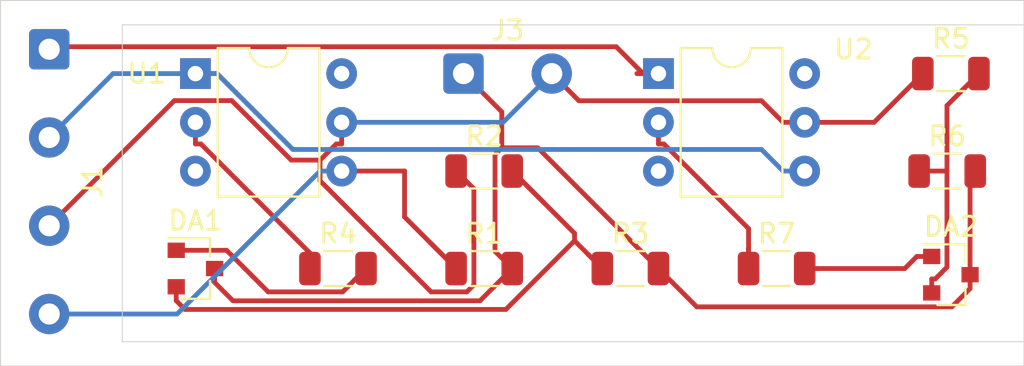
<source format=kicad_pcb>
(kicad_pcb (version 20171130) (host pcbnew 5.1.10-88a1d61d58~88~ubuntu20.04.1)

  (general
    (thickness 1.6)
    (drawings 8)
    (tracks 118)
    (zones 0)
    (modules 13)
    (nets 16)
  )

  (page A4)
  (title_block
    (title "Voltage indicator RGB")
    (date 2021-06-26)
    (rev 1.0)
    (comment 3 http://www.kn34pc.com/construct/kolo_hristov_av_rgb.html)
  )

  (layers
    (0 F.Cu signal)
    (31 B.Cu signal)
    (32 B.Adhes user)
    (33 F.Adhes user)
    (34 B.Paste user)
    (35 F.Paste user)
    (36 B.SilkS user)
    (37 F.SilkS user)
    (38 B.Mask user)
    (39 F.Mask user)
    (40 Dwgs.User user)
    (41 Cmts.User user)
    (42 Eco1.User user)
    (43 Eco2.User user)
    (44 Edge.Cuts user)
    (45 Margin user)
    (46 B.CrtYd user)
    (47 F.CrtYd user)
    (48 B.Fab user)
    (49 F.Fab user)
  )

  (setup
    (last_trace_width 0.25)
    (trace_clearance 0.2)
    (zone_clearance 0.508)
    (zone_45_only no)
    (trace_min 0.2)
    (via_size 0.8)
    (via_drill 0.4)
    (via_min_size 0.4)
    (via_min_drill 0.3)
    (uvia_size 0.3)
    (uvia_drill 0.1)
    (uvias_allowed no)
    (uvia_min_size 0.2)
    (uvia_min_drill 0.1)
    (edge_width 0.05)
    (segment_width 0.2)
    (pcb_text_width 0.3)
    (pcb_text_size 1.5 1.5)
    (mod_edge_width 0.12)
    (mod_text_size 1 1)
    (mod_text_width 0.15)
    (pad_size 1.524 1.524)
    (pad_drill 0.762)
    (pad_to_mask_clearance 0)
    (aux_axis_origin 0 0)
    (visible_elements 7FFFFFFF)
    (pcbplotparams
      (layerselection 0x010fc_ffffffff)
      (usegerberextensions false)
      (usegerberattributes true)
      (usegerberadvancedattributes true)
      (creategerberjobfile true)
      (excludeedgelayer true)
      (linewidth 0.100000)
      (plotframeref false)
      (viasonmask false)
      (mode 1)
      (useauxorigin false)
      (hpglpennumber 1)
      (hpglpenspeed 20)
      (hpglpendiameter 15.000000)
      (psnegative false)
      (psa4output false)
      (plotreference true)
      (plotvalue true)
      (plotinvisibletext false)
      (padsonsilk false)
      (subtractmaskfromsilk false)
      (outputformat 1)
      (mirror false)
      (drillshape 1)
      (scaleselection 1)
      (outputdirectory ""))
  )

  (net 0 "")
  (net 1 "Net-(DA1-Pad1)")
  (net 2 "Net-(DA2-Pad1)")
  (net 3 "Net-(R4-Pad1)")
  (net 4 "Net-(R7-Pad1)")
  (net 5 "Net-(DA1-Pad2)")
  (net 6 "Net-(DA2-Pad2)")
  (net 7 "Net-(U1-Pad6)")
  (net 8 "Net-(U1-Pad3)")
  (net 9 "Net-(U2-Pad3)")
  (net 10 "Net-(U2-Pad6)")
  (net 11 "Net-(DA1-Pad3)")
  (net 12 "Net-(J1-Pad1)")
  (net 13 "Net-(J1-Pad2)")
  (net 14 "Net-(J1-Pad3)")
  (net 15 "Net-(J1-Pad4)")

  (net_class Default "This is the default net class."
    (clearance 0.2)
    (trace_width 0.25)
    (via_dia 0.8)
    (via_drill 0.4)
    (uvia_dia 0.3)
    (uvia_drill 0.1)
    (add_net "Net-(DA1-Pad1)")
    (add_net "Net-(DA1-Pad2)")
    (add_net "Net-(DA1-Pad3)")
    (add_net "Net-(DA2-Pad1)")
    (add_net "Net-(DA2-Pad2)")
    (add_net "Net-(J1-Pad1)")
    (add_net "Net-(J1-Pad2)")
    (add_net "Net-(J1-Pad3)")
    (add_net "Net-(J1-Pad4)")
    (add_net "Net-(R4-Pad1)")
    (add_net "Net-(R7-Pad1)")
    (add_net "Net-(U1-Pad3)")
    (add_net "Net-(U1-Pad6)")
    (add_net "Net-(U2-Pad3)")
    (add_net "Net-(U2-Pad6)")
  )

  (module Resistor_SMD:R_1206_3216Metric (layer F.Cu) (tedit 5F68FEEE) (tstamp 60DA3A65)
    (at 200.468 31.75)
    (descr "Resistor SMD 1206 (3216 Metric), square (rectangular) end terminal, IPC_7351 nominal, (Body size source: IPC-SM-782 page 72, https://www.pcb-3d.com/wordpress/wp-content/uploads/ipc-sm-782a_amendment_1_and_2.pdf), generated with kicad-footprint-generator")
    (tags resistor)
    (path /60D8D756)
    (attr smd)
    (fp_text reference R1 (at 0 -1.82) (layer F.SilkS)
      (effects (font (size 1 1) (thickness 0.15)))
    )
    (fp_text value 2.2k (at 0 1.82) (layer F.Fab)
      (effects (font (size 1 1) (thickness 0.15)))
    )
    (fp_line (start -1.6 0.8) (end -1.6 -0.8) (layer F.Fab) (width 0.1))
    (fp_line (start -1.6 -0.8) (end 1.6 -0.8) (layer F.Fab) (width 0.1))
    (fp_line (start 1.6 -0.8) (end 1.6 0.8) (layer F.Fab) (width 0.1))
    (fp_line (start 1.6 0.8) (end -1.6 0.8) (layer F.Fab) (width 0.1))
    (fp_line (start -0.727064 -0.91) (end 0.727064 -0.91) (layer F.SilkS) (width 0.12))
    (fp_line (start -0.727064 0.91) (end 0.727064 0.91) (layer F.SilkS) (width 0.12))
    (fp_line (start -2.28 1.12) (end -2.28 -1.12) (layer F.CrtYd) (width 0.05))
    (fp_line (start -2.28 -1.12) (end 2.28 -1.12) (layer F.CrtYd) (width 0.05))
    (fp_line (start 2.28 -1.12) (end 2.28 1.12) (layer F.CrtYd) (width 0.05))
    (fp_line (start 2.28 1.12) (end -2.28 1.12) (layer F.CrtYd) (width 0.05))
    (fp_text user %R (at 0 0) (layer F.Fab)
      (effects (font (size 0.8 0.8) (thickness 0.12)))
    )
    (pad 1 smd roundrect (at -1.4625 0) (size 1.125 1.75) (layers F.Cu F.Paste F.Mask) (roundrect_rratio 0.222222)
      (net 15 "Net-(J1-Pad4)"))
    (pad 2 smd roundrect (at 1.4625 0) (size 1.125 1.75) (layers F.Cu F.Paste F.Mask) (roundrect_rratio 0.222222)
      (net 11 "Net-(DA1-Pad3)"))
    (model ${KISYS3DMOD}/Resistor_SMD.3dshapes/R_1206_3216Metric.wrl
      (at (xyz 0 0 0))
      (scale (xyz 1 1 1))
      (rotate (xyz 0 0 0))
    )
  )

  (module Resistor_SMD:R_1206_3216Metric (layer F.Cu) (tedit 5F68FEEE) (tstamp 60DA3ACB)
    (at 215.708 31.75)
    (descr "Resistor SMD 1206 (3216 Metric), square (rectangular) end terminal, IPC_7351 nominal, (Body size source: IPC-SM-782 page 72, https://www.pcb-3d.com/wordpress/wp-content/uploads/ipc-sm-782a_amendment_1_and_2.pdf), generated with kicad-footprint-generator")
    (tags resistor)
    (path /60D86B46)
    (attr smd)
    (fp_text reference R7 (at 0 -1.82) (layer F.SilkS)
      (effects (font (size 1 1) (thickness 0.15)))
    )
    (fp_text value 2.2k (at 0 1.82) (layer F.Fab)
      (effects (font (size 1 1) (thickness 0.15)))
    )
    (fp_line (start -1.6 0.8) (end -1.6 -0.8) (layer F.Fab) (width 0.1))
    (fp_line (start -1.6 -0.8) (end 1.6 -0.8) (layer F.Fab) (width 0.1))
    (fp_line (start 1.6 -0.8) (end 1.6 0.8) (layer F.Fab) (width 0.1))
    (fp_line (start 1.6 0.8) (end -1.6 0.8) (layer F.Fab) (width 0.1))
    (fp_line (start -0.727064 -0.91) (end 0.727064 -0.91) (layer F.SilkS) (width 0.12))
    (fp_line (start -0.727064 0.91) (end 0.727064 0.91) (layer F.SilkS) (width 0.12))
    (fp_line (start -2.28 1.12) (end -2.28 -1.12) (layer F.CrtYd) (width 0.05))
    (fp_line (start -2.28 -1.12) (end 2.28 -1.12) (layer F.CrtYd) (width 0.05))
    (fp_line (start 2.28 -1.12) (end 2.28 1.12) (layer F.CrtYd) (width 0.05))
    (fp_line (start 2.28 1.12) (end -2.28 1.12) (layer F.CrtYd) (width 0.05))
    (fp_text user %R (at 0 0) (layer F.Fab)
      (effects (font (size 0.8 0.8) (thickness 0.12)))
    )
    (pad 1 smd roundrect (at -1.4625 0) (size 1.125 1.75) (layers F.Cu F.Paste F.Mask) (roundrect_rratio 0.222222)
      (net 4 "Net-(R7-Pad1)"))
    (pad 2 smd roundrect (at 1.4625 0) (size 1.125 1.75) (layers F.Cu F.Paste F.Mask) (roundrect_rratio 0.222222)
      (net 2 "Net-(DA2-Pad1)"))
    (model ${KISYS3DMOD}/Resistor_SMD.3dshapes/R_1206_3216Metric.wrl
      (at (xyz 0 0 0))
      (scale (xyz 1 1 1))
      (rotate (xyz 0 0 0))
    )
  )

  (module Package_DIP:DIP-6_W7.62mm (layer F.Cu) (tedit 5A02E8C5) (tstamp 60DA3F96)
    (at 209.55 21.59)
    (descr "6-lead though-hole mounted DIP package, row spacing 7.62 mm (300 mils)")
    (tags "THT DIP DIL PDIP 2.54mm 7.62mm 300mil")
    (path /60D6C8E8)
    (fp_text reference U2 (at 10.16 -1.27) (layer F.SilkS)
      (effects (font (size 1 1) (thickness 0.15)))
    )
    (fp_text value 4N37 (at 3.81 7.41) (layer F.Fab)
      (effects (font (size 1 1) (thickness 0.15)))
    )
    (fp_line (start 1.635 -1.27) (end 6.985 -1.27) (layer F.Fab) (width 0.1))
    (fp_line (start 6.985 -1.27) (end 6.985 6.35) (layer F.Fab) (width 0.1))
    (fp_line (start 6.985 6.35) (end 0.635 6.35) (layer F.Fab) (width 0.1))
    (fp_line (start 0.635 6.35) (end 0.635 -0.27) (layer F.Fab) (width 0.1))
    (fp_line (start 0.635 -0.27) (end 1.635 -1.27) (layer F.Fab) (width 0.1))
    (fp_line (start 2.81 -1.33) (end 1.16 -1.33) (layer F.SilkS) (width 0.12))
    (fp_line (start 1.16 -1.33) (end 1.16 6.41) (layer F.SilkS) (width 0.12))
    (fp_line (start 1.16 6.41) (end 6.46 6.41) (layer F.SilkS) (width 0.12))
    (fp_line (start 6.46 6.41) (end 6.46 -1.33) (layer F.SilkS) (width 0.12))
    (fp_line (start 6.46 -1.33) (end 4.81 -1.33) (layer F.SilkS) (width 0.12))
    (fp_line (start -1.1 -1.55) (end -1.1 6.6) (layer F.CrtYd) (width 0.05))
    (fp_line (start -1.1 6.6) (end 8.7 6.6) (layer F.CrtYd) (width 0.05))
    (fp_line (start 8.7 6.6) (end 8.7 -1.55) (layer F.CrtYd) (width 0.05))
    (fp_line (start 8.7 -1.55) (end -1.1 -1.55) (layer F.CrtYd) (width 0.05))
    (fp_arc (start 3.81 -1.33) (end 2.81 -1.33) (angle -180) (layer F.SilkS) (width 0.12))
    (fp_text user %R (at 3.81 2.54) (layer F.Fab)
      (effects (font (size 1 1) (thickness 0.15)))
    )
    (pad 1 thru_hole rect (at 0 0) (size 1.6 1.6) (drill 0.8) (layers *.Cu *.Mask)
      (net 12 "Net-(J1-Pad1)"))
    (pad 4 thru_hole oval (at 7.62 5.08) (size 1.6 1.6) (drill 0.8) (layers *.Cu *.Mask)
      (net 13 "Net-(J1-Pad2)"))
    (pad 2 thru_hole oval (at 0 2.54) (size 1.6 1.6) (drill 0.8) (layers *.Cu *.Mask)
      (net 4 "Net-(R7-Pad1)"))
    (pad 5 thru_hole oval (at 7.62 2.54) (size 1.6 1.6) (drill 0.8) (layers *.Cu *.Mask)
      (net 14 "Net-(J1-Pad3)"))
    (pad 3 thru_hole oval (at 0 5.08) (size 1.6 1.6) (drill 0.8) (layers *.Cu *.Mask)
      (net 9 "Net-(U2-Pad3)"))
    (pad 6 thru_hole oval (at 7.62 0) (size 1.6 1.6) (drill 0.8) (layers *.Cu *.Mask)
      (net 10 "Net-(U2-Pad6)"))
    (model ${KISYS3DMOD}/Package_DIP.3dshapes/DIP-6_W7.62mm.wrl
      (at (xyz 0 0 0))
      (scale (xyz 1 1 1))
      (rotate (xyz 0 0 0))
    )
  )

  (module Package_DIP:DIP-6_W7.62mm (layer F.Cu) (tedit 5A02E8C5) (tstamp 60DA3AE5)
    (at 185.42 21.59)
    (descr "6-lead though-hole mounted DIP package, row spacing 7.62 mm (300 mils)")
    (tags "THT DIP DIL PDIP 2.54mm 7.62mm 300mil")
    (path /60D6E360)
    (fp_text reference U1 (at -2.54 0) (layer F.SilkS)
      (effects (font (size 1 1) (thickness 0.15)))
    )
    (fp_text value 4N37 (at 3.81 7.41) (layer F.Fab)
      (effects (font (size 1 1) (thickness 0.15)))
    )
    (fp_line (start 8.7 -1.55) (end -1.1 -1.55) (layer F.CrtYd) (width 0.05))
    (fp_line (start 8.7 6.6) (end 8.7 -1.55) (layer F.CrtYd) (width 0.05))
    (fp_line (start -1.1 6.6) (end 8.7 6.6) (layer F.CrtYd) (width 0.05))
    (fp_line (start -1.1 -1.55) (end -1.1 6.6) (layer F.CrtYd) (width 0.05))
    (fp_line (start 6.46 -1.33) (end 4.81 -1.33) (layer F.SilkS) (width 0.12))
    (fp_line (start 6.46 6.41) (end 6.46 -1.33) (layer F.SilkS) (width 0.12))
    (fp_line (start 1.16 6.41) (end 6.46 6.41) (layer F.SilkS) (width 0.12))
    (fp_line (start 1.16 -1.33) (end 1.16 6.41) (layer F.SilkS) (width 0.12))
    (fp_line (start 2.81 -1.33) (end 1.16 -1.33) (layer F.SilkS) (width 0.12))
    (fp_line (start 0.635 -0.27) (end 1.635 -1.27) (layer F.Fab) (width 0.1))
    (fp_line (start 0.635 6.35) (end 0.635 -0.27) (layer F.Fab) (width 0.1))
    (fp_line (start 6.985 6.35) (end 0.635 6.35) (layer F.Fab) (width 0.1))
    (fp_line (start 6.985 -1.27) (end 6.985 6.35) (layer F.Fab) (width 0.1))
    (fp_line (start 1.635 -1.27) (end 6.985 -1.27) (layer F.Fab) (width 0.1))
    (fp_text user %R (at 3.81 2.54) (layer F.Fab)
      (effects (font (size 1 1) (thickness 0.15)))
    )
    (fp_arc (start 3.81 -1.33) (end 2.81 -1.33) (angle -180) (layer F.SilkS) (width 0.12))
    (pad 6 thru_hole oval (at 7.62 0) (size 1.6 1.6) (drill 0.8) (layers *.Cu *.Mask)
      (net 7 "Net-(U1-Pad6)"))
    (pad 3 thru_hole oval (at 0 5.08) (size 1.6 1.6) (drill 0.8) (layers *.Cu *.Mask)
      (net 8 "Net-(U1-Pad3)"))
    (pad 5 thru_hole oval (at 7.62 2.54) (size 1.6 1.6) (drill 0.8) (layers *.Cu *.Mask)
      (net 14 "Net-(J1-Pad3)"))
    (pad 2 thru_hole oval (at 0 2.54) (size 1.6 1.6) (drill 0.8) (layers *.Cu *.Mask)
      (net 3 "Net-(R4-Pad1)"))
    (pad 4 thru_hole oval (at 7.62 5.08) (size 1.6 1.6) (drill 0.8) (layers *.Cu *.Mask)
      (net 15 "Net-(J1-Pad4)"))
    (pad 1 thru_hole rect (at 0 0) (size 1.6 1.6) (drill 0.8) (layers *.Cu *.Mask)
      (net 13 "Net-(J1-Pad2)"))
    (model ${KISYS3DMOD}/Package_DIP.3dshapes/DIP-6_W7.62mm.wrl
      (at (xyz 0 0 0))
      (scale (xyz 1 1 1))
      (rotate (xyz 0 0 0))
    )
  )

  (module Resistor_SMD:R_1206_3216Metric (layer F.Cu) (tedit 5F68FEEE) (tstamp 60DA3ABA)
    (at 224.598 26.67)
    (descr "Resistor SMD 1206 (3216 Metric), square (rectangular) end terminal, IPC_7351 nominal, (Body size source: IPC-SM-782 page 72, https://www.pcb-3d.com/wordpress/wp-content/uploads/ipc-sm-782a_amendment_1_and_2.pdf), generated with kicad-footprint-generator")
    (tags resistor)
    (path /60D87B68)
    (attr smd)
    (fp_text reference R6 (at 0 -1.82) (layer F.SilkS)
      (effects (font (size 1 1) (thickness 0.15)))
    )
    (fp_text value 19.8k (at 0 1.82) (layer F.Fab)
      (effects (font (size 1 1) (thickness 0.15)))
    )
    (fp_line (start -1.6 0.8) (end -1.6 -0.8) (layer F.Fab) (width 0.1))
    (fp_line (start -1.6 -0.8) (end 1.6 -0.8) (layer F.Fab) (width 0.1))
    (fp_line (start 1.6 -0.8) (end 1.6 0.8) (layer F.Fab) (width 0.1))
    (fp_line (start 1.6 0.8) (end -1.6 0.8) (layer F.Fab) (width 0.1))
    (fp_line (start -0.727064 -0.91) (end 0.727064 -0.91) (layer F.SilkS) (width 0.12))
    (fp_line (start -0.727064 0.91) (end 0.727064 0.91) (layer F.SilkS) (width 0.12))
    (fp_line (start -2.28 1.12) (end -2.28 -1.12) (layer F.CrtYd) (width 0.05))
    (fp_line (start -2.28 -1.12) (end 2.28 -1.12) (layer F.CrtYd) (width 0.05))
    (fp_line (start 2.28 -1.12) (end 2.28 1.12) (layer F.CrtYd) (width 0.05))
    (fp_line (start 2.28 1.12) (end -2.28 1.12) (layer F.CrtYd) (width 0.05))
    (fp_text user %R (at 0 0) (layer F.Fab)
      (effects (font (size 0.8 0.8) (thickness 0.12)))
    )
    (pad 1 smd roundrect (at -1.4625 0) (size 1.125 1.75) (layers F.Cu F.Paste F.Mask) (roundrect_rratio 0.222222)
      (net 6 "Net-(DA2-Pad2)"))
    (pad 2 smd roundrect (at 1.4625 0) (size 1.125 1.75) (layers F.Cu F.Paste F.Mask) (roundrect_rratio 0.222222)
      (net 11 "Net-(DA1-Pad3)"))
    (model ${KISYS3DMOD}/Resistor_SMD.3dshapes/R_1206_3216Metric.wrl
      (at (xyz 0 0 0))
      (scale (xyz 1 1 1))
      (rotate (xyz 0 0 0))
    )
  )

  (module Resistor_SMD:R_1206_3216Metric (layer F.Cu) (tedit 5F68FEEE) (tstamp 60DA3AA9)
    (at 224.79 21.59)
    (descr "Resistor SMD 1206 (3216 Metric), square (rectangular) end terminal, IPC_7351 nominal, (Body size source: IPC-SM-782 page 72, https://www.pcb-3d.com/wordpress/wp-content/uploads/ipc-sm-782a_amendment_1_and_2.pdf), generated with kicad-footprint-generator")
    (tags resistor)
    (path /60D872B3)
    (attr smd)
    (fp_text reference R5 (at 0 -1.82) (layer F.SilkS)
      (effects (font (size 1 1) (thickness 0.15)))
    )
    (fp_text value 100k (at 0 1.82) (layer F.Fab)
      (effects (font (size 1 1) (thickness 0.15)))
    )
    (fp_line (start 2.28 1.12) (end -2.28 1.12) (layer F.CrtYd) (width 0.05))
    (fp_line (start 2.28 -1.12) (end 2.28 1.12) (layer F.CrtYd) (width 0.05))
    (fp_line (start -2.28 -1.12) (end 2.28 -1.12) (layer F.CrtYd) (width 0.05))
    (fp_line (start -2.28 1.12) (end -2.28 -1.12) (layer F.CrtYd) (width 0.05))
    (fp_line (start -0.727064 0.91) (end 0.727064 0.91) (layer F.SilkS) (width 0.12))
    (fp_line (start -0.727064 -0.91) (end 0.727064 -0.91) (layer F.SilkS) (width 0.12))
    (fp_line (start 1.6 0.8) (end -1.6 0.8) (layer F.Fab) (width 0.1))
    (fp_line (start 1.6 -0.8) (end 1.6 0.8) (layer F.Fab) (width 0.1))
    (fp_line (start -1.6 -0.8) (end 1.6 -0.8) (layer F.Fab) (width 0.1))
    (fp_line (start -1.6 0.8) (end -1.6 -0.8) (layer F.Fab) (width 0.1))
    (fp_text user %R (at 0 0) (layer F.Fab)
      (effects (font (size 0.8 0.8) (thickness 0.12)))
    )
    (pad 2 smd roundrect (at 1.4625 0) (size 1.125 1.75) (layers F.Cu F.Paste F.Mask) (roundrect_rratio 0.222222)
      (net 6 "Net-(DA2-Pad2)"))
    (pad 1 smd roundrect (at -1.4625 0) (size 1.125 1.75) (layers F.Cu F.Paste F.Mask) (roundrect_rratio 0.222222)
      (net 14 "Net-(J1-Pad3)"))
    (model ${KISYS3DMOD}/Resistor_SMD.3dshapes/R_1206_3216Metric.wrl
      (at (xyz 0 0 0))
      (scale (xyz 1 1 1))
      (rotate (xyz 0 0 0))
    )
  )

  (module Package_TO_SOT_SMD:SOT-23 (layer F.Cu) (tedit 5A02FF57) (tstamp 60DA3A2A)
    (at 185.42 31.75)
    (descr "SOT-23, Standard")
    (tags SOT-23)
    (path /60DA7AB4)
    (attr smd)
    (fp_text reference DA1 (at 0 -2.5) (layer F.SilkS)
      (effects (font (size 1 1) (thickness 0.15)))
    )
    (fp_text value TL431DBZ (at 0 2.5) (layer F.Fab)
      (effects (font (size 1 1) (thickness 0.15)))
    )
    (fp_line (start -0.7 -0.95) (end -0.7 1.5) (layer F.Fab) (width 0.1))
    (fp_line (start -0.15 -1.52) (end 0.7 -1.52) (layer F.Fab) (width 0.1))
    (fp_line (start -0.7 -0.95) (end -0.15 -1.52) (layer F.Fab) (width 0.1))
    (fp_line (start 0.7 -1.52) (end 0.7 1.52) (layer F.Fab) (width 0.1))
    (fp_line (start -0.7 1.52) (end 0.7 1.52) (layer F.Fab) (width 0.1))
    (fp_line (start 0.76 1.58) (end 0.76 0.65) (layer F.SilkS) (width 0.12))
    (fp_line (start 0.76 -1.58) (end 0.76 -0.65) (layer F.SilkS) (width 0.12))
    (fp_line (start -1.7 -1.75) (end 1.7 -1.75) (layer F.CrtYd) (width 0.05))
    (fp_line (start 1.7 -1.75) (end 1.7 1.75) (layer F.CrtYd) (width 0.05))
    (fp_line (start 1.7 1.75) (end -1.7 1.75) (layer F.CrtYd) (width 0.05))
    (fp_line (start -1.7 1.75) (end -1.7 -1.75) (layer F.CrtYd) (width 0.05))
    (fp_line (start 0.76 -1.58) (end -1.4 -1.58) (layer F.SilkS) (width 0.12))
    (fp_line (start 0.76 1.58) (end -0.7 1.58) (layer F.SilkS) (width 0.12))
    (fp_text user %R (at 0 0 90) (layer F.Fab)
      (effects (font (size 0.5 0.5) (thickness 0.075)))
    )
    (pad 1 smd rect (at -1 -0.95) (size 0.9 0.8) (layers F.Cu F.Paste F.Mask)
      (net 1 "Net-(DA1-Pad1)"))
    (pad 2 smd rect (at -1 0.95) (size 0.9 0.8) (layers F.Cu F.Paste F.Mask)
      (net 5 "Net-(DA1-Pad2)"))
    (pad 3 smd rect (at 1 0) (size 0.9 0.8) (layers F.Cu F.Paste F.Mask)
      (net 11 "Net-(DA1-Pad3)"))
    (model ${KISYS3DMOD}/Package_TO_SOT_SMD.3dshapes/SOT-23.wrl
      (at (xyz 0 0 0))
      (scale (xyz 1 1 1))
      (rotate (xyz 0 0 0))
    )
  )

  (module Resistor_SMD:R_1206_3216Metric (layer F.Cu) (tedit 5F68FEEE) (tstamp 60DA3A76)
    (at 200.468 26.67)
    (descr "Resistor SMD 1206 (3216 Metric), square (rectangular) end terminal, IPC_7351 nominal, (Body size source: IPC-SM-782 page 72, https://www.pcb-3d.com/wordpress/wp-content/uploads/ipc-sm-782a_amendment_1_and_2.pdf), generated with kicad-footprint-generator")
    (tags resistor)
    (path /60D8C176)
    (attr smd)
    (fp_text reference R2 (at 0 -1.82) (layer F.SilkS)
      (effects (font (size 1 1) (thickness 0.15)))
    )
    (fp_text value 100k (at 0 1.82) (layer F.Fab)
      (effects (font (size 1 1) (thickness 0.15)))
    )
    (fp_line (start -1.6 0.8) (end -1.6 -0.8) (layer F.Fab) (width 0.1))
    (fp_line (start -1.6 -0.8) (end 1.6 -0.8) (layer F.Fab) (width 0.1))
    (fp_line (start 1.6 -0.8) (end 1.6 0.8) (layer F.Fab) (width 0.1))
    (fp_line (start 1.6 0.8) (end -1.6 0.8) (layer F.Fab) (width 0.1))
    (fp_line (start -0.727064 -0.91) (end 0.727064 -0.91) (layer F.SilkS) (width 0.12))
    (fp_line (start -0.727064 0.91) (end 0.727064 0.91) (layer F.SilkS) (width 0.12))
    (fp_line (start -2.28 1.12) (end -2.28 -1.12) (layer F.CrtYd) (width 0.05))
    (fp_line (start -2.28 -1.12) (end 2.28 -1.12) (layer F.CrtYd) (width 0.05))
    (fp_line (start 2.28 -1.12) (end 2.28 1.12) (layer F.CrtYd) (width 0.05))
    (fp_line (start 2.28 1.12) (end -2.28 1.12) (layer F.CrtYd) (width 0.05))
    (fp_text user %R (at 0 0) (layer F.Fab)
      (effects (font (size 0.8 0.8) (thickness 0.12)))
    )
    (pad 1 smd roundrect (at -1.4625 0) (size 1.125 1.75) (layers F.Cu F.Paste F.Mask) (roundrect_rratio 0.222222)
      (net 14 "Net-(J1-Pad3)"))
    (pad 2 smd roundrect (at 1.4625 0) (size 1.125 1.75) (layers F.Cu F.Paste F.Mask) (roundrect_rratio 0.222222)
      (net 5 "Net-(DA1-Pad2)"))
    (model ${KISYS3DMOD}/Resistor_SMD.3dshapes/R_1206_3216Metric.wrl
      (at (xyz 0 0 0))
      (scale (xyz 1 1 1))
      (rotate (xyz 0 0 0))
    )
  )

  (module Resistor_SMD:R_1206_3216Metric (layer F.Cu) (tedit 5F68FEEE) (tstamp 60DA3A87)
    (at 208.088 31.75)
    (descr "Resistor SMD 1206 (3216 Metric), square (rectangular) end terminal, IPC_7351 nominal, (Body size source: IPC-SM-782 page 72, https://www.pcb-3d.com/wordpress/wp-content/uploads/ipc-sm-782a_amendment_1_and_2.pdf), generated with kicad-footprint-generator")
    (tags resistor)
    (path /60D8C709)
    (attr smd)
    (fp_text reference R3 (at 0 -1.82) (layer F.SilkS)
      (effects (font (size 1 1) (thickness 0.15)))
    )
    (fp_text value 24.5k (at 0 1.82) (layer F.Fab)
      (effects (font (size 1 1) (thickness 0.15)))
    )
    (fp_line (start 2.28 1.12) (end -2.28 1.12) (layer F.CrtYd) (width 0.05))
    (fp_line (start 2.28 -1.12) (end 2.28 1.12) (layer F.CrtYd) (width 0.05))
    (fp_line (start -2.28 -1.12) (end 2.28 -1.12) (layer F.CrtYd) (width 0.05))
    (fp_line (start -2.28 1.12) (end -2.28 -1.12) (layer F.CrtYd) (width 0.05))
    (fp_line (start -0.727064 0.91) (end 0.727064 0.91) (layer F.SilkS) (width 0.12))
    (fp_line (start -0.727064 -0.91) (end 0.727064 -0.91) (layer F.SilkS) (width 0.12))
    (fp_line (start 1.6 0.8) (end -1.6 0.8) (layer F.Fab) (width 0.1))
    (fp_line (start 1.6 -0.8) (end 1.6 0.8) (layer F.Fab) (width 0.1))
    (fp_line (start -1.6 -0.8) (end 1.6 -0.8) (layer F.Fab) (width 0.1))
    (fp_line (start -1.6 0.8) (end -1.6 -0.8) (layer F.Fab) (width 0.1))
    (fp_text user %R (at 0 0) (layer F.Fab)
      (effects (font (size 0.8 0.8) (thickness 0.12)))
    )
    (pad 2 smd roundrect (at 1.4625 0) (size 1.125 1.75) (layers F.Cu F.Paste F.Mask) (roundrect_rratio 0.222222)
      (net 11 "Net-(DA1-Pad3)"))
    (pad 1 smd roundrect (at -1.4625 0) (size 1.125 1.75) (layers F.Cu F.Paste F.Mask) (roundrect_rratio 0.222222)
      (net 5 "Net-(DA1-Pad2)"))
    (model ${KISYS3DMOD}/Resistor_SMD.3dshapes/R_1206_3216Metric.wrl
      (at (xyz 0 0 0))
      (scale (xyz 1 1 1))
      (rotate (xyz 0 0 0))
    )
  )

  (module Resistor_SMD:R_1206_3216Metric (layer F.Cu) (tedit 5F68FEEE) (tstamp 60DA3A98)
    (at 192.848 31.75)
    (descr "Resistor SMD 1206 (3216 Metric), square (rectangular) end terminal, IPC_7351 nominal, (Body size source: IPC-SM-782 page 72, https://www.pcb-3d.com/wordpress/wp-content/uploads/ipc-sm-782a_amendment_1_and_2.pdf), generated with kicad-footprint-generator")
    (tags resistor)
    (path /60D8CEC7)
    (attr smd)
    (fp_text reference R4 (at 0 -1.82) (layer F.SilkS)
      (effects (font (size 1 1) (thickness 0.15)))
    )
    (fp_text value 2.2k (at 0 1.82) (layer F.Fab)
      (effects (font (size 1 1) (thickness 0.15)))
    )
    (fp_line (start 2.28 1.12) (end -2.28 1.12) (layer F.CrtYd) (width 0.05))
    (fp_line (start 2.28 -1.12) (end 2.28 1.12) (layer F.CrtYd) (width 0.05))
    (fp_line (start -2.28 -1.12) (end 2.28 -1.12) (layer F.CrtYd) (width 0.05))
    (fp_line (start -2.28 1.12) (end -2.28 -1.12) (layer F.CrtYd) (width 0.05))
    (fp_line (start -0.727064 0.91) (end 0.727064 0.91) (layer F.SilkS) (width 0.12))
    (fp_line (start -0.727064 -0.91) (end 0.727064 -0.91) (layer F.SilkS) (width 0.12))
    (fp_line (start 1.6 0.8) (end -1.6 0.8) (layer F.Fab) (width 0.1))
    (fp_line (start 1.6 -0.8) (end 1.6 0.8) (layer F.Fab) (width 0.1))
    (fp_line (start -1.6 -0.8) (end 1.6 -0.8) (layer F.Fab) (width 0.1))
    (fp_line (start -1.6 0.8) (end -1.6 -0.8) (layer F.Fab) (width 0.1))
    (fp_text user %R (at 0 0) (layer F.Fab)
      (effects (font (size 0.8 0.8) (thickness 0.12)))
    )
    (pad 2 smd roundrect (at 1.4625 0) (size 1.125 1.75) (layers F.Cu F.Paste F.Mask) (roundrect_rratio 0.222222)
      (net 1 "Net-(DA1-Pad1)"))
    (pad 1 smd roundrect (at -1.4625 0) (size 1.125 1.75) (layers F.Cu F.Paste F.Mask) (roundrect_rratio 0.222222)
      (net 3 "Net-(R4-Pad1)"))
    (model ${KISYS3DMOD}/Resistor_SMD.3dshapes/R_1206_3216Metric.wrl
      (at (xyz 0 0 0))
      (scale (xyz 1 1 1))
      (rotate (xyz 0 0 0))
    )
  )

  (module Package_TO_SOT_SMD:SOT-23 (layer F.Cu) (tedit 5A02FF57) (tstamp 60DA3A3F)
    (at 224.79 32.07)
    (descr "SOT-23, Standard")
    (tags SOT-23)
    (path /60DA833F)
    (attr smd)
    (fp_text reference DA2 (at 0 -2.5) (layer F.SilkS)
      (effects (font (size 1 1) (thickness 0.15)))
    )
    (fp_text value TL431DBZ (at 0 2.5) (layer F.Fab)
      (effects (font (size 1 1) (thickness 0.15)))
    )
    (fp_line (start 0.76 1.58) (end -0.7 1.58) (layer F.SilkS) (width 0.12))
    (fp_line (start 0.76 -1.58) (end -1.4 -1.58) (layer F.SilkS) (width 0.12))
    (fp_line (start -1.7 1.75) (end -1.7 -1.75) (layer F.CrtYd) (width 0.05))
    (fp_line (start 1.7 1.75) (end -1.7 1.75) (layer F.CrtYd) (width 0.05))
    (fp_line (start 1.7 -1.75) (end 1.7 1.75) (layer F.CrtYd) (width 0.05))
    (fp_line (start -1.7 -1.75) (end 1.7 -1.75) (layer F.CrtYd) (width 0.05))
    (fp_line (start 0.76 -1.58) (end 0.76 -0.65) (layer F.SilkS) (width 0.12))
    (fp_line (start 0.76 1.58) (end 0.76 0.65) (layer F.SilkS) (width 0.12))
    (fp_line (start -0.7 1.52) (end 0.7 1.52) (layer F.Fab) (width 0.1))
    (fp_line (start 0.7 -1.52) (end 0.7 1.52) (layer F.Fab) (width 0.1))
    (fp_line (start -0.7 -0.95) (end -0.15 -1.52) (layer F.Fab) (width 0.1))
    (fp_line (start -0.15 -1.52) (end 0.7 -1.52) (layer F.Fab) (width 0.1))
    (fp_line (start -0.7 -0.95) (end -0.7 1.5) (layer F.Fab) (width 0.1))
    (fp_text user %R (at 0 0 90) (layer F.Fab)
      (effects (font (size 0.5 0.5) (thickness 0.075)))
    )
    (pad 3 smd rect (at 1 0) (size 0.9 0.8) (layers F.Cu F.Paste F.Mask)
      (net 11 "Net-(DA1-Pad3)"))
    (pad 2 smd rect (at -1 0.95) (size 0.9 0.8) (layers F.Cu F.Paste F.Mask)
      (net 6 "Net-(DA2-Pad2)"))
    (pad 1 smd rect (at -1 -0.95) (size 0.9 0.8) (layers F.Cu F.Paste F.Mask)
      (net 2 "Net-(DA2-Pad1)"))
    (model ${KISYS3DMOD}/Package_TO_SOT_SMD.3dshapes/SOT-23.wrl
      (at (xyz 0 0 0))
      (scale (xyz 1 1 1))
      (rotate (xyz 0 0 0))
    )
  )

  (module Connector_Wire:SolderWire-0.5sqmm_1x02_P4.6mm_D0.9mm_OD2.1mm (layer F.Cu) (tedit 5EB70B43) (tstamp 60DA4FF0)
    (at 199.39 21.59)
    (descr "Soldered wire connection, for 2 times 0.5 mm² wires, basic insulation, conductor diameter 0.9mm, outer diameter 2.1mm, size source Multi-Contact FLEXI-E 0.5 (https://ec.staubli.com/AcroFiles/Catalogues/TM_Cab-Main-11014119_(en)_hi.pdf), bend radius 3 times outer diameter, generated with kicad-footprint-generator")
    (tags "connector wire 0.5sqmm")
    (path /60E23DD3)
    (attr virtual)
    (fp_text reference J3 (at 2.3 -2.25) (layer F.SilkS)
      (effects (font (size 1 1) (thickness 0.15)))
    )
    (fp_text value Conn_01x02_Male (at 2.3 2.25) (layer F.Fab) hide
      (effects (font (size 1 1) (thickness 0.15)))
    )
    (fp_line (start 6.4 -1.55) (end 2.8 -1.55) (layer F.CrtYd) (width 0.05))
    (fp_line (start 6.4 1.55) (end 6.4 -1.55) (layer F.CrtYd) (width 0.05))
    (fp_line (start 2.8 1.55) (end 6.4 1.55) (layer F.CrtYd) (width 0.05))
    (fp_line (start 2.8 -1.55) (end 2.8 1.55) (layer F.CrtYd) (width 0.05))
    (fp_line (start 1.8 -1.55) (end -1.8 -1.55) (layer F.CrtYd) (width 0.05))
    (fp_line (start 1.8 1.55) (end 1.8 -1.55) (layer F.CrtYd) (width 0.05))
    (fp_line (start -1.8 1.55) (end 1.8 1.55) (layer F.CrtYd) (width 0.05))
    (fp_line (start -1.8 -1.55) (end -1.8 1.55) (layer F.CrtYd) (width 0.05))
    (fp_circle (center 4.6 0) (end 5.65 0) (layer F.Fab) (width 0.1))
    (fp_circle (center 0 0) (end 1.05 0) (layer F.Fab) (width 0.1))
    (fp_text user %R (at 2.3 0 90) (layer F.Fab)
      (effects (font (size 0.78 0.78) (thickness 0.12)))
    )
    (pad 1 thru_hole roundrect (at 0 0) (size 2.1 2.1) (drill 1.1) (layers *.Cu *.Mask) (roundrect_rratio 0.119048)
      (net 11 "Net-(DA1-Pad3)"))
    (pad 2 thru_hole circle (at 4.6 0) (size 2.1 2.1) (drill 1.1) (layers *.Cu *.Mask)
      (net 14 "Net-(J1-Pad3)"))
    (model ${KISYS3DMOD}/Connector_Wire.3dshapes/SolderWire-0.5sqmm_1x02_P4.6mm_D0.9mm_OD2.1mm.wrl
      (at (xyz 0 0 0))
      (scale (xyz 1 1 1))
      (rotate (xyz 0 0 0))
    )
  )

  (module Connector_Wire:SolderWire-0.5sqmm_1x04_P4.6mm_D0.9mm_OD2.1mm (layer F.Cu) (tedit 5EB70B43) (tstamp 60DA508E)
    (at 177.8 20.32 270)
    (descr "Soldered wire connection, for 4 times 0.5 mm² wires, basic insulation, conductor diameter 0.9mm, outer diameter 2.1mm, size source Multi-Contact FLEXI-E 0.5 (https://ec.staubli.com/AcroFiles/Catalogues/TM_Cab-Main-11014119_(en)_hi.pdf), bend radius 3 times outer diameter, generated with kicad-footprint-generator")
    (tags "connector wire 0.5sqmm")
    (path /60DC3C76)
    (attr virtual)
    (fp_text reference J1 (at 6.9 -2.25 90) (layer F.SilkS)
      (effects (font (size 1 1) (thickness 0.15)))
    )
    (fp_text value J1 (at 6.9 2.25 90) (layer F.Fab) hide
      (effects (font (size 1 1) (thickness 0.15)))
    )
    (fp_line (start 15.6 -1.55) (end 12 -1.55) (layer F.CrtYd) (width 0.05))
    (fp_line (start 15.6 1.55) (end 15.6 -1.55) (layer F.CrtYd) (width 0.05))
    (fp_line (start 12 1.55) (end 15.6 1.55) (layer F.CrtYd) (width 0.05))
    (fp_line (start 12 -1.55) (end 12 1.55) (layer F.CrtYd) (width 0.05))
    (fp_line (start 11 -1.55) (end 7.4 -1.55) (layer F.CrtYd) (width 0.05))
    (fp_line (start 11 1.55) (end 11 -1.55) (layer F.CrtYd) (width 0.05))
    (fp_line (start 7.4 1.55) (end 11 1.55) (layer F.CrtYd) (width 0.05))
    (fp_line (start 7.4 -1.55) (end 7.4 1.55) (layer F.CrtYd) (width 0.05))
    (fp_line (start 6.4 -1.55) (end 2.8 -1.55) (layer F.CrtYd) (width 0.05))
    (fp_line (start 6.4 1.55) (end 6.4 -1.55) (layer F.CrtYd) (width 0.05))
    (fp_line (start 2.8 1.55) (end 6.4 1.55) (layer F.CrtYd) (width 0.05))
    (fp_line (start 2.8 -1.55) (end 2.8 1.55) (layer F.CrtYd) (width 0.05))
    (fp_line (start 1.8 -1.55) (end -1.8 -1.55) (layer F.CrtYd) (width 0.05))
    (fp_line (start 1.8 1.55) (end 1.8 -1.55) (layer F.CrtYd) (width 0.05))
    (fp_line (start -1.8 1.55) (end 1.8 1.55) (layer F.CrtYd) (width 0.05))
    (fp_line (start -1.8 -1.55) (end -1.8 1.55) (layer F.CrtYd) (width 0.05))
    (fp_circle (center 13.8 0) (end 14.85 0) (layer F.Fab) (width 0.1))
    (fp_circle (center 9.2 0) (end 10.25 0) (layer F.Fab) (width 0.1))
    (fp_circle (center 4.6 0) (end 5.65 0) (layer F.Fab) (width 0.1))
    (fp_circle (center 0 0) (end 1.05 0) (layer F.Fab) (width 0.1))
    (fp_text user %R (at 6.9 0) (layer F.Fab)
      (effects (font (size 0.78 0.78) (thickness 0.12)))
    )
    (pad 1 thru_hole roundrect (at 0 0 270) (size 2.1 2.1) (drill 1.1) (layers *.Cu *.Mask) (roundrect_rratio 0.119048)
      (net 12 "Net-(J1-Pad1)"))
    (pad 2 thru_hole circle (at 4.6 0 270) (size 2.1 2.1) (drill 1.1) (layers *.Cu *.Mask)
      (net 13 "Net-(J1-Pad2)"))
    (pad 3 thru_hole circle (at 9.2 0 270) (size 2.1 2.1) (drill 1.1) (layers *.Cu *.Mask)
      (net 14 "Net-(J1-Pad3)"))
    (pad 4 thru_hole circle (at 13.8 0 270) (size 2.1 2.1) (drill 1.1) (layers *.Cu *.Mask)
      (net 15 "Net-(J1-Pad4)"))
    (model ${KISYS3DMOD}/Connector_Wire.3dshapes/SolderWire-0.5sqmm_1x04_P4.6mm_D0.9mm_OD2.1mm.wrl
      (at (xyz 0 0 0))
      (scale (xyz 1 1 1))
      (rotate (xyz 0 0 0))
    )
  )

  (gr_line (start 175.26 36.83) (end 228.6 36.83) (layer Edge.Cuts) (width 0.05) (tstamp 60DA53A8))
  (gr_line (start 175.26 17.78) (end 175.26 36.83) (layer Edge.Cuts) (width 0.05))
  (gr_line (start 228.6 17.78) (end 228.6 36.83) (layer Edge.Cuts) (width 0.05))
  (gr_line (start 175.26 17.78) (end 228.6 17.78) (layer Edge.Cuts) (width 0.05))
  (gr_line (start 228.6 35.56) (end 228.6 19.05) (layer Edge.Cuts) (width 0.05))
  (gr_line (start 228.6 19.05) (end 181.61 19.05) (layer Edge.Cuts) (width 0.05))
  (gr_line (start 181.61 35.56) (end 228.6 35.56) (layer Edge.Cuts) (width 0.05))
  (gr_line (start 181.61 19.05) (end 181.61 35.56) (layer Edge.Cuts) (width 0.05) (tstamp 60DA44ED))

  (segment (start 193.7025 32.3578) (end 193.7027 32.3578) (width 0.25) (layer F.Cu) (net 1))
  (segment (start 193.7027 32.3578) (end 194.3105 31.75) (width 0.25) (layer F.Cu) (net 1))
  (segment (start 193.7025 32.3578) (end 193.095 32.9656) (width 0.25) (layer F.Cu) (net 1))
  (segment (start 193.095 32.9656) (end 189.21 32.9656) (width 0.25) (layer F.Cu) (net 1))
  (segment (start 189.21 32.9656) (end 187.044 30.8) (width 0.25) (layer F.Cu) (net 1))
  (segment (start 187.044 30.8) (end 184.42 30.8) (width 0.25) (layer F.Cu) (net 1))
  (segment (start 194.31 31.75) (end 193.7025 32.3578) (width 0.25) (layer F.Cu) (net 1))
  (segment (start 217.17 31.75) (end 217.1705 31.75) (width 0.25) (layer F.Cu) (net 2))
  (segment (start 217.1705 31.75) (end 222.385 31.75) (width 0.25) (layer F.Cu) (net 2))
  (segment (start 222.385 31.75) (end 223.015 31.12) (width 0.25) (layer F.Cu) (net 2))
  (segment (start 223.015 31.12) (end 223.79 31.12) (width 0.25) (layer F.Cu) (net 2))
  (segment (start 191.386 31.3447) (end 191.3855 31.3452) (width 0.25) (layer F.Cu) (net 3))
  (segment (start 191.3855 31.3452) (end 191.3855 31.75) (width 0.25) (layer F.Cu) (net 3))
  (segment (start 191.386 31.3447) (end 191.386 31.75) (width 0.25) (layer F.Cu) (net 3))
  (segment (start 185.42 24.13) (end 185.42 25.2553) (width 0.25) (layer F.Cu) (net 3))
  (segment (start 185.42 25.2553) (end 185.701 25.2553) (width 0.25) (layer F.Cu) (net 3))
  (segment (start 185.701 25.2553) (end 191.386 30.9395) (width 0.25) (layer F.Cu) (net 3))
  (segment (start 191.386 30.9395) (end 191.386 31.3447) (width 0.25) (layer F.Cu) (net 3))
  (segment (start 214.246 30.7097) (end 214.2455 30.7102) (width 0.25) (layer F.Cu) (net 4))
  (segment (start 214.2455 30.7102) (end 214.2455 31.75) (width 0.25) (layer F.Cu) (net 4))
  (segment (start 214.246 30.7097) (end 214.246 31.75) (width 0.25) (layer F.Cu) (net 4))
  (segment (start 209.55 24.13) (end 209.55 25.2553) (width 0.25) (layer F.Cu) (net 4))
  (segment (start 209.55 25.2553) (end 209.831 25.2553) (width 0.25) (layer F.Cu) (net 4))
  (segment (start 209.831 25.2553) (end 214.246 29.6695) (width 0.25) (layer F.Cu) (net 4))
  (segment (start 214.246 29.6695) (end 214.246 30.7097) (width 0.25) (layer F.Cu) (net 4))
  (segment (start 203.553 28.2928) (end 201.9305 26.6703) (width 0.25) (layer F.Cu) (net 5))
  (segment (start 201.9305 26.6703) (end 201.9305 26.67) (width 0.25) (layer F.Cu) (net 5))
  (segment (start 203.553 28.2928) (end 201.93 26.67) (width 0.25) (layer F.Cu) (net 5))
  (segment (start 205.176 30.3006) (end 205.176 29.9156) (width 0.25) (layer F.Cu) (net 5))
  (segment (start 205.176 29.9156) (end 203.553 28.2928) (width 0.25) (layer F.Cu) (net 5))
  (segment (start 205.901 31.0253) (end 206.6255 31.7498) (width 0.25) (layer F.Cu) (net 5))
  (segment (start 206.6255 31.7498) (end 206.6255 31.75) (width 0.25) (layer F.Cu) (net 5))
  (segment (start 205.901 31.0253) (end 205.176 30.3006) (width 0.25) (layer F.Cu) (net 5))
  (segment (start 206.626 31.75) (end 205.901 31.0253) (width 0.25) (layer F.Cu) (net 5))
  (segment (start 205.176 30.3006) (end 201.596 33.8806) (width 0.25) (layer F.Cu) (net 5))
  (segment (start 201.596 33.8806) (end 184.875 33.8806) (width 0.25) (layer F.Cu) (net 5))
  (segment (start 184.875 33.8806) (end 184.42 33.4253) (width 0.25) (layer F.Cu) (net 5))
  (segment (start 184.42 33.4253) (end 184.42 32.7) (width 0.25) (layer F.Cu) (net 5))
  (segment (start 223.136 26.67) (end 223.1355 26.67) (width 0.25) (layer F.Cu) (net 6))
  (segment (start 224.585 26.67) (end 223.136 26.67) (width 0.25) (layer F.Cu) (net 6))
  (segment (start 225.4185 22.4236) (end 225.4189 22.4236) (width 0.25) (layer F.Cu) (net 6))
  (segment (start 225.4189 22.4236) (end 226.2525 21.59) (width 0.25) (layer F.Cu) (net 6))
  (segment (start 225.4185 22.4236) (end 224.585 23.2572) (width 0.25) (layer F.Cu) (net 6))
  (segment (start 224.585 23.2572) (end 224.585 26.67) (width 0.25) (layer F.Cu) (net 6))
  (segment (start 226.252 21.59) (end 225.4185 22.4236) (width 0.25) (layer F.Cu) (net 6))
  (segment (start 223.79 33.02) (end 223.79 32.2947) (width 0.25) (layer F.Cu) (net 6))
  (segment (start 223.79 32.2947) (end 223.971 32.2947) (width 0.25) (layer F.Cu) (net 6))
  (segment (start 223.971 32.2947) (end 224.585 31.6807) (width 0.25) (layer F.Cu) (net 6))
  (segment (start 224.585 31.6807) (end 224.585 26.67) (width 0.25) (layer F.Cu) (net 6))
  (segment (start 201.93 31.75) (end 200.25 33.4302) (width 0.25) (layer F.Cu) (net 11))
  (segment (start 200.25 33.4302) (end 187.375 33.4302) (width 0.25) (layer F.Cu) (net 11))
  (segment (start 187.375 33.4302) (end 186.42 32.4753) (width 0.25) (layer F.Cu) (net 11))
  (segment (start 186.42 32.4753) (end 186.42 31.75) (width 0.25) (layer F.Cu) (net 11))
  (segment (start 201.384 25.4573) (end 201.033 25.8078) (width 0.25) (layer F.Cu) (net 11))
  (segment (start 201.033 25.8078) (end 201.033 30.8526) (width 0.25) (layer F.Cu) (net 11))
  (segment (start 201.033 30.8526) (end 201.93 31.75) (width 0.25) (layer F.Cu) (net 11))
  (segment (start 201.9305 31.75) (end 201.93 31.75) (width 0.25) (layer F.Cu) (net 11))
  (segment (start 226.0605 26.67) (end 226.06 26.67) (width 0.25) (layer F.Cu) (net 11))
  (segment (start 209.55 31.75) (end 203.258 25.4573) (width 0.25) (layer F.Cu) (net 11))
  (segment (start 203.258 25.4573) (end 201.384 25.4573) (width 0.25) (layer F.Cu) (net 11))
  (segment (start 225.79 32.07) (end 225.79 32.7953) (width 0.25) (layer F.Cu) (net 11))
  (segment (start 225.79 32.7953) (end 224.84 33.7454) (width 0.25) (layer F.Cu) (net 11))
  (segment (start 224.84 33.7454) (end 211.546 33.7454) (width 0.25) (layer F.Cu) (net 11))
  (segment (start 211.546 33.7454) (end 209.55 31.75) (width 0.25) (layer F.Cu) (net 11))
  (segment (start 209.5505 31.75) (end 209.55 31.75) (width 0.25) (layer F.Cu) (net 11))
  (segment (start 199.39 21.59) (end 201.384 23.584) (width 0.25) (layer F.Cu) (net 11))
  (segment (start 201.384 23.584) (end 201.384 25.4573) (width 0.25) (layer F.Cu) (net 11))
  (segment (start 226.06 26.67) (end 225.79 26.9405) (width 0.25) (layer F.Cu) (net 11))
  (segment (start 225.79 26.9405) (end 225.79 32.07) (width 0.25) (layer F.Cu) (net 11))
  (segment (start 208.7494 21.59) (end 207.3491 20.1897) (width 0.25) (layer F.Cu) (net 12))
  (segment (start 207.3491 20.1897) (end 177.9303 20.1897) (width 0.25) (layer F.Cu) (net 12))
  (segment (start 177.9303 20.1897) (end 177.8 20.32) (width 0.25) (layer F.Cu) (net 12))
  (segment (start 209.55 21.59) (end 208.7494 21.59) (width 0.25) (layer F.Cu) (net 12))
  (segment (start 208.7494 21.59) (end 208.425 21.59) (width 0.25) (layer F.Cu) (net 12))
  (segment (start 185.42 21.59) (end 181.13 21.59) (width 0.25) (layer B.Cu) (net 13))
  (segment (start 181.13 21.59) (end 177.8 24.92) (width 0.25) (layer B.Cu) (net 13))
  (segment (start 185.42 21.59) (end 186.545 21.59) (width 0.25) (layer B.Cu) (net 13))
  (segment (start 186.545 21.59) (end 190.5 25.5447) (width 0.25) (layer B.Cu) (net 13))
  (segment (start 190.5 25.5447) (end 214.919 25.5447) (width 0.25) (layer B.Cu) (net 13))
  (segment (start 214.919 25.5447) (end 216.045 26.67) (width 0.25) (layer B.Cu) (net 13))
  (segment (start 216.045 26.67) (end 217.17 26.67) (width 0.25) (layer B.Cu) (net 13))
  (segment (start 185.42 21.59) (end 186.545 21.59) (width 0.25) (layer F.Cu) (net 13))
  (segment (start 186.545 21.59) (end 187.673 22.7175) (width 0.25) (layer F.Cu) (net 13))
  (segment (start 199.469 27.1334) (end 199.4689 27.1334) (width 0.25) (layer F.Cu) (net 14))
  (segment (start 199.4689 27.1334) (end 199.0055 26.67) (width 0.25) (layer F.Cu) (net 14))
  (segment (start 199.469 27.1334) (end 199.932 27.5968) (width 0.25) (layer F.Cu) (net 14))
  (segment (start 199.932 27.5968) (end 199.932 32.6009) (width 0.25) (layer F.Cu) (net 14))
  (segment (start 199.932 32.6009) (end 199.568 32.9656) (width 0.25) (layer F.Cu) (net 14))
  (segment (start 199.568 32.9656) (end 197.702 32.9656) (width 0.25) (layer F.Cu) (net 14))
  (segment (start 197.702 32.9656) (end 191.915 27.1782) (width 0.25) (layer F.Cu) (net 14))
  (segment (start 191.915 27.1782) (end 191.915 26.0992) (width 0.25) (layer F.Cu) (net 14))
  (segment (start 199.006 26.67) (end 199.469 27.1334) (width 0.25) (layer F.Cu) (net 14))
  (segment (start 191.915 26.0992) (end 192.759 25.2553) (width 0.25) (layer F.Cu) (net 14))
  (segment (start 192.759 25.2553) (end 193.04 25.2553) (width 0.25) (layer F.Cu) (net 14))
  (segment (start 193.04 25.2553) (end 193.04 24.13) (width 0.25) (layer F.Cu) (net 14))
  (segment (start 177.8 29.52) (end 184.3218 22.9982) (width 0.25) (layer F.Cu) (net 14))
  (segment (start 184.3218 22.9982) (end 187.3099 22.9982) (width 0.25) (layer F.Cu) (net 14))
  (segment (start 187.3099 22.9982) (end 190.4109 26.0992) (width 0.25) (layer F.Cu) (net 14))
  (segment (start 190.4109 26.0992) (end 191.915 26.0992) (width 0.25) (layer F.Cu) (net 14))
  (segment (start 203.99 21.59) (end 201.45 24.13) (width 0.25) (layer B.Cu) (net 14))
  (segment (start 201.45 24.13) (end 193.04 24.13) (width 0.25) (layer B.Cu) (net 14))
  (segment (start 203.99 21.59) (end 205.4047 23.0047) (width 0.25) (layer F.Cu) (net 14))
  (segment (start 205.4047 23.0047) (end 214.919 23.0047) (width 0.25) (layer F.Cu) (net 14))
  (segment (start 223.3275 21.5905) (end 223.3275 21.59) (width 0.25) (layer F.Cu) (net 14))
  (segment (start 223.3275 21.5905) (end 220.788 24.13) (width 0.25) (layer F.Cu) (net 14))
  (segment (start 220.788 24.13) (end 217.17 24.13) (width 0.25) (layer F.Cu) (net 14))
  (segment (start 223.328 21.59) (end 223.3275 21.5905) (width 0.25) (layer F.Cu) (net 14))
  (segment (start 217.17 24.13) (end 216.045 24.13) (width 0.25) (layer F.Cu) (net 14))
  (segment (start 216.045 24.13) (end 214.919 23.0047) (width 0.25) (layer F.Cu) (net 14))
  (segment (start 193.04 26.67) (end 191.9147 26.67) (width 0.25) (layer B.Cu) (net 15))
  (segment (start 177.8 34.12) (end 184.4647 34.12) (width 0.25) (layer B.Cu) (net 15))
  (segment (start 184.4647 34.12) (end 191.9147 26.67) (width 0.25) (layer B.Cu) (net 15))
  (segment (start 197.662 30.4061) (end 199.0055 31.7496) (width 0.25) (layer F.Cu) (net 15))
  (segment (start 199.0055 31.7496) (end 199.0055 31.75) (width 0.25) (layer F.Cu) (net 15))
  (segment (start 197.662 30.4061) (end 199.006 31.75) (width 0.25) (layer F.Cu) (net 15))
  (segment (start 193.04 26.67) (end 196.318 26.67) (width 0.25) (layer F.Cu) (net 15))
  (segment (start 196.318 26.67) (end 196.318 29.0622) (width 0.25) (layer F.Cu) (net 15))
  (segment (start 196.318 29.0622) (end 197.662 30.4061) (width 0.25) (layer F.Cu) (net 15))

)

</source>
